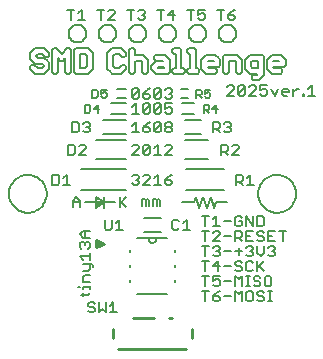
<source format=gto>
G75*
%MOIN*%
%OFA0B0*%
%FSLAX24Y24*%
%IPPOS*%
%LPD*%
%AMOC8*
5,1,8,0,0,1.08239X$1,22.5*
%
%ADD10C,0.0079*%
%ADD11C,0.0060*%
%ADD12C,0.0059*%
%ADD13C,0.0100*%
%ADD14C,0.0050*%
%ADD15C,0.0080*%
D10*
X004564Y005440D02*
X004814Y005627D01*
X004564Y005815D01*
X004564Y005440D01*
X004564Y005498D02*
X004641Y005498D01*
X004564Y005575D02*
X004744Y005575D01*
X004780Y005653D02*
X004564Y005653D01*
X004564Y005730D02*
X004677Y005730D01*
X004574Y005807D02*
X004564Y005807D01*
X004814Y005815D02*
X004814Y005627D01*
X004814Y005440D01*
X004814Y005627D02*
X005189Y005627D01*
X004814Y005627D02*
X004189Y005627D01*
X001655Y005912D02*
X001657Y005962D01*
X001663Y006012D01*
X001673Y006061D01*
X001687Y006109D01*
X001704Y006156D01*
X001725Y006201D01*
X001750Y006245D01*
X001778Y006286D01*
X001810Y006325D01*
X001844Y006362D01*
X001881Y006396D01*
X001921Y006426D01*
X001963Y006453D01*
X002007Y006477D01*
X002053Y006498D01*
X002100Y006514D01*
X002148Y006527D01*
X002198Y006536D01*
X002247Y006541D01*
X002298Y006542D01*
X002348Y006539D01*
X002397Y006532D01*
X002446Y006521D01*
X002494Y006506D01*
X002540Y006488D01*
X002585Y006466D01*
X002628Y006440D01*
X002669Y006411D01*
X002708Y006379D01*
X002744Y006344D01*
X002776Y006306D01*
X002806Y006266D01*
X002833Y006223D01*
X002856Y006179D01*
X002875Y006133D01*
X002891Y006085D01*
X002903Y006036D01*
X002911Y005987D01*
X002915Y005937D01*
X002915Y005887D01*
X002911Y005837D01*
X002903Y005788D01*
X002891Y005739D01*
X002875Y005691D01*
X002856Y005645D01*
X002833Y005601D01*
X002806Y005558D01*
X002776Y005518D01*
X002744Y005480D01*
X002708Y005445D01*
X002669Y005413D01*
X002628Y005384D01*
X002585Y005358D01*
X002540Y005336D01*
X002494Y005318D01*
X002446Y005303D01*
X002397Y005292D01*
X002348Y005285D01*
X002298Y005282D01*
X002247Y005283D01*
X002198Y005288D01*
X002148Y005297D01*
X002100Y005310D01*
X002053Y005326D01*
X002007Y005347D01*
X001963Y005371D01*
X001921Y005398D01*
X001881Y005428D01*
X001844Y005462D01*
X001810Y005499D01*
X001778Y005538D01*
X001750Y005579D01*
X001725Y005623D01*
X001704Y005668D01*
X001687Y005715D01*
X001673Y005763D01*
X001663Y005812D01*
X001657Y005862D01*
X001655Y005912D01*
X007439Y005627D02*
X007814Y005627D01*
X007876Y005815D01*
X008001Y005440D01*
X008126Y005815D01*
X008251Y005440D01*
X008376Y005815D01*
X008501Y005440D01*
X008564Y005627D01*
X008939Y005627D01*
X009962Y005912D02*
X009964Y005962D01*
X009970Y006012D01*
X009980Y006061D01*
X009994Y006109D01*
X010011Y006156D01*
X010032Y006201D01*
X010057Y006245D01*
X010085Y006286D01*
X010117Y006325D01*
X010151Y006362D01*
X010188Y006396D01*
X010228Y006426D01*
X010270Y006453D01*
X010314Y006477D01*
X010360Y006498D01*
X010407Y006514D01*
X010455Y006527D01*
X010505Y006536D01*
X010554Y006541D01*
X010605Y006542D01*
X010655Y006539D01*
X010704Y006532D01*
X010753Y006521D01*
X010801Y006506D01*
X010847Y006488D01*
X010892Y006466D01*
X010935Y006440D01*
X010976Y006411D01*
X011015Y006379D01*
X011051Y006344D01*
X011083Y006306D01*
X011113Y006266D01*
X011140Y006223D01*
X011163Y006179D01*
X011182Y006133D01*
X011198Y006085D01*
X011210Y006036D01*
X011218Y005987D01*
X011222Y005937D01*
X011222Y005887D01*
X011218Y005837D01*
X011210Y005788D01*
X011198Y005739D01*
X011182Y005691D01*
X011163Y005645D01*
X011140Y005601D01*
X011113Y005558D01*
X011083Y005518D01*
X011051Y005480D01*
X011015Y005445D01*
X010976Y005413D01*
X010935Y005384D01*
X010892Y005358D01*
X010847Y005336D01*
X010801Y005318D01*
X010753Y005303D01*
X010704Y005292D01*
X010655Y005285D01*
X010605Y005282D01*
X010554Y005283D01*
X010505Y005288D01*
X010455Y005297D01*
X010407Y005310D01*
X010360Y005326D01*
X010314Y005347D01*
X010270Y005371D01*
X010228Y005398D01*
X010188Y005428D01*
X010151Y005462D01*
X010117Y005499D01*
X010085Y005538D01*
X010057Y005579D01*
X010032Y005623D01*
X010011Y005668D01*
X009994Y005715D01*
X009980Y005763D01*
X009970Y005812D01*
X009964Y005862D01*
X009962Y005912D01*
D11*
X004018Y002793D02*
X003962Y002793D01*
X004132Y002793D02*
X004359Y002793D01*
X004359Y002737D02*
X004359Y002850D01*
X004359Y002982D02*
X004132Y002982D01*
X004132Y003152D01*
X004188Y003209D01*
X004359Y003209D01*
X004302Y003350D02*
X004132Y003350D01*
X004302Y003350D02*
X004359Y003407D01*
X004359Y003577D01*
X004415Y003577D02*
X004132Y003577D01*
X004132Y003719D02*
X004018Y003832D01*
X004359Y003832D01*
X004359Y003719D02*
X004359Y003946D01*
X004302Y004087D02*
X004359Y004144D01*
X004359Y004257D01*
X004302Y004314D01*
X004245Y004314D01*
X004188Y004257D01*
X004188Y004200D01*
X004188Y004257D02*
X004132Y004314D01*
X004075Y004314D01*
X004018Y004257D01*
X004018Y004144D01*
X004075Y004087D01*
X004132Y004455D02*
X004018Y004569D01*
X004132Y004682D01*
X004359Y004682D01*
X004188Y004682D02*
X004188Y004455D01*
X004132Y004455D02*
X004359Y004455D01*
X004850Y004764D02*
X004907Y004707D01*
X005020Y004707D01*
X005077Y004764D01*
X005077Y005048D01*
X005219Y004934D02*
X005332Y005048D01*
X005332Y004707D01*
X005219Y004707D02*
X005445Y004707D01*
X004850Y004764D02*
X004850Y005048D01*
X005347Y005457D02*
X005347Y005798D01*
X005404Y005628D02*
X005574Y005457D01*
X005347Y005571D02*
X005574Y005798D01*
X005820Y006207D02*
X005763Y006264D01*
X005820Y006207D02*
X005933Y006207D01*
X005990Y006264D01*
X005990Y006321D01*
X005933Y006378D01*
X005877Y006378D01*
X005933Y006378D02*
X005990Y006434D01*
X005990Y006491D01*
X005933Y006548D01*
X005820Y006548D01*
X005763Y006491D01*
X006132Y006491D02*
X006188Y006548D01*
X006302Y006548D01*
X006358Y006491D01*
X006358Y006434D01*
X006132Y006207D01*
X006358Y006207D01*
X006500Y006207D02*
X006727Y006207D01*
X006613Y006207D02*
X006613Y006548D01*
X006500Y006434D01*
X006868Y006378D02*
X006868Y006264D01*
X006925Y006207D01*
X007038Y006207D01*
X007095Y006264D01*
X007095Y006321D01*
X007038Y006378D01*
X006868Y006378D01*
X006982Y006491D01*
X007095Y006548D01*
X007095Y007207D02*
X006868Y007207D01*
X007095Y007434D01*
X007095Y007491D01*
X007038Y007548D01*
X006925Y007548D01*
X006868Y007491D01*
X006613Y007548D02*
X006613Y007207D01*
X006500Y007207D02*
X006727Y007207D01*
X006500Y007434D02*
X006613Y007548D01*
X006358Y007491D02*
X006358Y007264D01*
X006302Y007207D01*
X006188Y007207D01*
X006132Y007264D01*
X006358Y007491D01*
X006302Y007548D01*
X006188Y007548D01*
X006132Y007491D01*
X006132Y007264D01*
X005990Y007207D02*
X005763Y007207D01*
X005990Y007434D01*
X005990Y007491D01*
X005933Y007548D01*
X005820Y007548D01*
X005763Y007491D01*
X005763Y007957D02*
X005990Y007957D01*
X005877Y007957D02*
X005877Y008298D01*
X005763Y008184D01*
X006132Y008128D02*
X006132Y008014D01*
X006188Y007957D01*
X006302Y007957D01*
X006358Y008014D01*
X006358Y008071D01*
X006302Y008128D01*
X006132Y008128D01*
X006245Y008241D01*
X006358Y008298D01*
X006500Y008241D02*
X006557Y008298D01*
X006670Y008298D01*
X006727Y008241D01*
X006500Y008014D01*
X006557Y007957D01*
X006670Y007957D01*
X006727Y008014D01*
X006727Y008241D01*
X006868Y008241D02*
X006925Y008298D01*
X007038Y008298D01*
X007095Y008241D01*
X007095Y008184D01*
X007038Y008128D01*
X006925Y008128D01*
X006868Y008184D01*
X006868Y008241D01*
X006925Y008128D02*
X006868Y008071D01*
X006868Y008014D01*
X006925Y007957D01*
X007038Y007957D01*
X007095Y008014D01*
X007095Y008071D01*
X007038Y008128D01*
X007038Y008582D02*
X006925Y008582D01*
X006868Y008639D01*
X006868Y008753D02*
X006982Y008809D01*
X007038Y008809D01*
X007095Y008753D01*
X007095Y008639D01*
X007038Y008582D01*
X006868Y008753D02*
X006868Y008923D01*
X007095Y008923D01*
X007038Y009082D02*
X006925Y009082D01*
X006868Y009139D01*
X006727Y009139D02*
X006670Y009082D01*
X006557Y009082D01*
X006500Y009139D01*
X006727Y009366D01*
X006727Y009139D01*
X006670Y008923D02*
X006557Y008923D01*
X006500Y008866D01*
X006500Y008639D01*
X006727Y008866D01*
X006727Y008639D01*
X006670Y008582D01*
X006557Y008582D01*
X006500Y008639D01*
X006358Y008639D02*
X006302Y008582D01*
X006188Y008582D01*
X006132Y008639D01*
X006358Y008866D01*
X006358Y008639D01*
X006132Y008639D02*
X006132Y008866D01*
X006188Y008923D01*
X006302Y008923D01*
X006358Y008866D01*
X006302Y009082D02*
X006358Y009139D01*
X006358Y009196D01*
X006302Y009253D01*
X006132Y009253D01*
X006132Y009139D01*
X006188Y009082D01*
X006302Y009082D01*
X006132Y009253D02*
X006245Y009366D01*
X006358Y009423D01*
X006500Y009366D02*
X006557Y009423D01*
X006670Y009423D01*
X006727Y009366D01*
X006868Y009366D02*
X006925Y009423D01*
X007038Y009423D01*
X007095Y009366D01*
X007095Y009309D01*
X007038Y009253D01*
X007095Y009196D01*
X007095Y009139D01*
X007038Y009082D01*
X007038Y009253D02*
X006982Y009253D01*
X006670Y008923D02*
X006727Y008866D01*
X006500Y009139D02*
X006500Y009366D01*
X005990Y009366D02*
X005990Y009139D01*
X005933Y009082D01*
X005820Y009082D01*
X005763Y009139D01*
X005990Y009366D01*
X005933Y009423D01*
X005820Y009423D01*
X005763Y009366D01*
X005763Y009139D01*
X005877Y008923D02*
X005763Y008809D01*
X005877Y008923D02*
X005877Y008582D01*
X005990Y008582D02*
X005763Y008582D01*
X006500Y008241D02*
X006500Y008014D01*
X008450Y007957D02*
X008450Y008298D01*
X008620Y008298D01*
X008677Y008241D01*
X008677Y008128D01*
X008620Y008071D01*
X008450Y008071D01*
X008563Y008071D02*
X008677Y007957D01*
X008818Y008014D02*
X008875Y007957D01*
X008988Y007957D01*
X009045Y008014D01*
X009045Y008071D01*
X008988Y008128D01*
X008932Y008128D01*
X008988Y008128D02*
X009045Y008184D01*
X009045Y008241D01*
X008988Y008298D01*
X008875Y008298D01*
X008818Y008241D01*
X008901Y007548D02*
X008730Y007548D01*
X008730Y007207D01*
X008730Y007321D02*
X008901Y007321D01*
X008957Y007378D01*
X008957Y007491D01*
X008901Y007548D01*
X009099Y007491D02*
X009155Y007548D01*
X009269Y007548D01*
X009326Y007491D01*
X009326Y007434D01*
X009099Y007207D01*
X009326Y007207D01*
X008957Y007207D02*
X008844Y007321D01*
X009219Y006548D02*
X009389Y006548D01*
X009445Y006491D01*
X009445Y006378D01*
X009389Y006321D01*
X009219Y006321D01*
X009332Y006321D02*
X009445Y006207D01*
X009587Y006207D02*
X009814Y006207D01*
X009700Y006207D02*
X009700Y006548D01*
X009587Y006434D01*
X009219Y006548D02*
X009219Y006207D01*
X009255Y005173D02*
X009199Y005116D01*
X009199Y004889D01*
X009255Y004832D01*
X009369Y004832D01*
X009425Y004889D01*
X009425Y005003D01*
X009312Y005003D01*
X009425Y005116D02*
X009369Y005173D01*
X009255Y005173D01*
X009057Y005003D02*
X008830Y005003D01*
X008689Y004832D02*
X008462Y004832D01*
X008575Y004832D02*
X008575Y005173D01*
X008462Y005059D01*
X008320Y005173D02*
X008094Y005173D01*
X008207Y005173D02*
X008207Y004832D01*
X008207Y004673D02*
X008207Y004332D01*
X008207Y004173D02*
X008207Y003832D01*
X008207Y003673D02*
X008207Y003332D01*
X008207Y003173D02*
X008207Y002832D01*
X008207Y002673D02*
X008207Y002332D01*
X008462Y002389D02*
X008519Y002332D01*
X008632Y002332D01*
X008689Y002389D01*
X008689Y002446D01*
X008632Y002503D01*
X008462Y002503D01*
X008462Y002389D01*
X008462Y002503D02*
X008575Y002616D01*
X008689Y002673D01*
X008632Y002832D02*
X008519Y002832D01*
X008462Y002889D01*
X008462Y003003D02*
X008575Y003059D01*
X008632Y003059D01*
X008689Y003003D01*
X008689Y002889D01*
X008632Y002832D01*
X008462Y003003D02*
X008462Y003173D01*
X008689Y003173D01*
X008632Y003332D02*
X008632Y003673D01*
X008462Y003503D01*
X008689Y003503D01*
X008830Y003503D02*
X009057Y003503D01*
X009199Y003559D02*
X009255Y003503D01*
X009369Y003503D01*
X009425Y003446D01*
X009425Y003389D01*
X009369Y003332D01*
X009255Y003332D01*
X009199Y003389D01*
X009199Y003559D02*
X009199Y003616D01*
X009255Y003673D01*
X009369Y003673D01*
X009425Y003616D01*
X009567Y003616D02*
X009567Y003389D01*
X009624Y003332D01*
X009737Y003332D01*
X009794Y003389D01*
X009935Y003332D02*
X009935Y003673D01*
X009794Y003616D02*
X009737Y003673D01*
X009624Y003673D01*
X009567Y003616D01*
X009624Y003832D02*
X009567Y003889D01*
X009624Y003832D02*
X009737Y003832D01*
X009794Y003889D01*
X009794Y003946D01*
X009737Y004003D01*
X009680Y004003D01*
X009737Y004003D02*
X009794Y004059D01*
X009794Y004116D01*
X009737Y004173D01*
X009624Y004173D01*
X009567Y004116D01*
X009425Y004003D02*
X009199Y004003D01*
X009057Y004003D02*
X008830Y004003D01*
X008689Y004059D02*
X008632Y004003D01*
X008689Y003946D01*
X008689Y003889D01*
X008632Y003832D01*
X008519Y003832D01*
X008462Y003889D01*
X008575Y004003D02*
X008632Y004003D01*
X008689Y004059D02*
X008689Y004116D01*
X008632Y004173D01*
X008519Y004173D01*
X008462Y004116D01*
X008320Y004173D02*
X008094Y004173D01*
X008462Y004332D02*
X008689Y004559D01*
X008689Y004616D01*
X008632Y004673D01*
X008519Y004673D01*
X008462Y004616D01*
X008320Y004673D02*
X008094Y004673D01*
X007695Y004707D02*
X007469Y004707D01*
X007582Y004707D02*
X007582Y005048D01*
X007469Y004934D01*
X007327Y004991D02*
X007270Y005048D01*
X007157Y005048D01*
X007100Y004991D01*
X007100Y004764D01*
X007157Y004707D01*
X007270Y004707D01*
X007327Y004764D01*
X006695Y005520D02*
X006695Y005690D01*
X006639Y005747D01*
X006582Y005690D01*
X006582Y005520D01*
X006469Y005520D02*
X006469Y005747D01*
X006525Y005747D01*
X006582Y005690D01*
X006327Y005690D02*
X006327Y005520D01*
X006214Y005520D02*
X006214Y005690D01*
X006270Y005747D01*
X006327Y005690D01*
X006214Y005690D02*
X006157Y005747D01*
X006100Y005747D01*
X006100Y005520D01*
X004228Y007207D02*
X004001Y007207D01*
X004228Y007434D01*
X004228Y007491D01*
X004171Y007548D01*
X004058Y007548D01*
X004001Y007491D01*
X003859Y007491D02*
X003859Y007264D01*
X003803Y007207D01*
X003633Y007207D01*
X003633Y007548D01*
X003803Y007548D01*
X003859Y007491D01*
X003921Y007957D02*
X003751Y007957D01*
X003751Y008298D01*
X003921Y008298D01*
X003978Y008241D01*
X003978Y008014D01*
X003921Y007957D01*
X004119Y008014D02*
X004176Y007957D01*
X004289Y007957D01*
X004346Y008014D01*
X004346Y008071D01*
X004289Y008128D01*
X004232Y008128D01*
X004289Y008128D02*
X004346Y008184D01*
X004346Y008241D01*
X004289Y008298D01*
X004176Y008298D01*
X004119Y008241D01*
X003589Y006548D02*
X003589Y006207D01*
X003702Y006207D02*
X003475Y006207D01*
X003334Y006264D02*
X003334Y006491D01*
X003277Y006548D01*
X003107Y006548D01*
X003107Y006207D01*
X003277Y006207D01*
X003334Y006264D01*
X003475Y006434D02*
X003589Y006548D01*
X003898Y005798D02*
X004011Y005684D01*
X004011Y005457D01*
X004011Y005628D02*
X003784Y005628D01*
X003784Y005684D02*
X003898Y005798D01*
X003784Y005684D02*
X003784Y005457D01*
X004415Y003577D02*
X004472Y003521D01*
X004472Y003464D01*
X004132Y002793D02*
X004132Y002737D01*
X004132Y002604D02*
X004132Y002491D01*
X004075Y002548D02*
X004302Y002548D01*
X004359Y002604D01*
X004348Y002298D02*
X004291Y002241D01*
X004291Y002184D01*
X004348Y002128D01*
X004461Y002128D01*
X004518Y002071D01*
X004518Y002014D01*
X004461Y001957D01*
X004348Y001957D01*
X004291Y002014D01*
X004348Y002298D02*
X004461Y002298D01*
X004518Y002241D01*
X004659Y002298D02*
X004659Y001957D01*
X004773Y002071D01*
X004886Y001957D01*
X004886Y002298D01*
X005028Y002184D02*
X005141Y002298D01*
X005141Y001957D01*
X005028Y001957D02*
X005255Y001957D01*
X008094Y002673D02*
X008320Y002673D01*
X008320Y003173D02*
X008094Y003173D01*
X008094Y003673D02*
X008320Y003673D01*
X008462Y004332D02*
X008689Y004332D01*
X008830Y004503D02*
X009057Y004503D01*
X009199Y004446D02*
X009369Y004446D01*
X009425Y004503D01*
X009425Y004616D01*
X009369Y004673D01*
X009199Y004673D01*
X009199Y004332D01*
X009312Y004446D02*
X009425Y004332D01*
X009567Y004332D02*
X009794Y004332D01*
X009935Y004389D02*
X009992Y004332D01*
X010105Y004332D01*
X010162Y004389D01*
X010162Y004446D01*
X010105Y004503D01*
X009992Y004503D01*
X009935Y004559D01*
X009935Y004616D01*
X009992Y004673D01*
X010105Y004673D01*
X010162Y004616D01*
X010303Y004673D02*
X010303Y004332D01*
X010530Y004332D01*
X010474Y004173D02*
X010360Y004173D01*
X010303Y004116D01*
X010417Y004003D02*
X010474Y004003D01*
X010530Y003946D01*
X010530Y003889D01*
X010474Y003832D01*
X010360Y003832D01*
X010303Y003889D01*
X010474Y004003D02*
X010530Y004059D01*
X010530Y004116D01*
X010474Y004173D01*
X010417Y004503D02*
X010303Y004503D01*
X010303Y004673D02*
X010530Y004673D01*
X010672Y004673D02*
X010899Y004673D01*
X010785Y004673D02*
X010785Y004332D01*
X010162Y004173D02*
X010162Y003946D01*
X010049Y003832D01*
X009935Y003946D01*
X009935Y004173D01*
X009680Y004503D02*
X009567Y004503D01*
X009567Y004673D02*
X009567Y004332D01*
X009312Y004116D02*
X009312Y003889D01*
X009935Y003446D02*
X010162Y003673D01*
X009992Y003503D02*
X010162Y003332D01*
X010237Y003173D02*
X010181Y003116D01*
X010181Y002889D01*
X010237Y002832D01*
X010351Y002832D01*
X010408Y002889D01*
X010408Y003116D01*
X010351Y003173D01*
X010237Y003173D01*
X010039Y003116D02*
X009983Y003173D01*
X009869Y003173D01*
X009812Y003116D01*
X009812Y003059D01*
X009869Y003003D01*
X009983Y003003D01*
X010039Y002946D01*
X010039Y002889D01*
X009983Y002832D01*
X009869Y002832D01*
X009812Y002889D01*
X009680Y002832D02*
X009567Y002832D01*
X009624Y002832D02*
X009624Y003173D01*
X009680Y003173D02*
X009567Y003173D01*
X009425Y003173D02*
X009425Y002832D01*
X009425Y002673D02*
X009425Y002332D01*
X009567Y002389D02*
X009624Y002332D01*
X009737Y002332D01*
X009794Y002389D01*
X009794Y002616D01*
X009737Y002673D01*
X009624Y002673D01*
X009567Y002616D01*
X009567Y002389D01*
X009312Y002559D02*
X009425Y002673D01*
X009312Y002559D02*
X009199Y002673D01*
X009199Y002332D01*
X009057Y002503D02*
X008830Y002503D01*
X009199Y002832D02*
X009199Y003173D01*
X009312Y003059D01*
X009425Y003173D01*
X009057Y003003D02*
X008830Y003003D01*
X009935Y002616D02*
X009935Y002559D01*
X009992Y002503D01*
X010105Y002503D01*
X010162Y002446D01*
X010162Y002389D01*
X010105Y002332D01*
X009992Y002332D01*
X009935Y002389D01*
X009935Y002616D02*
X009992Y002673D01*
X010105Y002673D01*
X010162Y002616D01*
X010303Y002673D02*
X010417Y002673D01*
X010360Y002673D02*
X010360Y002332D01*
X010303Y002332D02*
X010417Y002332D01*
X009794Y004673D02*
X009567Y004673D01*
X009567Y004832D02*
X009567Y005173D01*
X009794Y004832D01*
X009794Y005173D01*
X009935Y005173D02*
X010105Y005173D01*
X010162Y005116D01*
X010162Y004889D01*
X010105Y004832D01*
X009935Y004832D01*
X009935Y005173D01*
X009893Y009187D02*
X009666Y009187D01*
X009893Y009414D01*
X009893Y009470D01*
X009836Y009527D01*
X009723Y009527D01*
X009666Y009470D01*
X009524Y009470D02*
X009524Y009243D01*
X009468Y009187D01*
X009354Y009187D01*
X009298Y009243D01*
X009524Y009470D01*
X009468Y009527D01*
X009354Y009527D01*
X009298Y009470D01*
X009298Y009243D01*
X009156Y009187D02*
X008929Y009187D01*
X009156Y009414D01*
X009156Y009470D01*
X009099Y009527D01*
X008986Y009527D01*
X008929Y009470D01*
X010034Y009527D02*
X010034Y009357D01*
X010148Y009414D01*
X010204Y009414D01*
X010261Y009357D01*
X010261Y009243D01*
X010204Y009187D01*
X010091Y009187D01*
X010034Y009243D01*
X010034Y009527D02*
X010261Y009527D01*
X010402Y009414D02*
X010516Y009187D01*
X010629Y009414D01*
X010771Y009357D02*
X010771Y009243D01*
X010828Y009187D01*
X010941Y009187D01*
X010998Y009300D02*
X010771Y009300D01*
X010771Y009357D02*
X010828Y009414D01*
X010941Y009414D01*
X010998Y009357D01*
X010998Y009300D01*
X011139Y009300D02*
X011253Y009414D01*
X011309Y009414D01*
X011139Y009414D02*
X011139Y009187D01*
X011446Y009187D02*
X011503Y009187D01*
X011503Y009243D01*
X011446Y009243D01*
X011446Y009187D01*
X011630Y009187D02*
X011857Y009187D01*
X011744Y009187D02*
X011744Y009527D01*
X011630Y009414D01*
X009195Y011764D02*
X009195Y011821D01*
X009139Y011878D01*
X008969Y011878D01*
X008969Y011764D01*
X009025Y011707D01*
X009139Y011707D01*
X009195Y011764D01*
X009082Y011991D02*
X008969Y011878D01*
X009082Y011991D02*
X009195Y012048D01*
X008827Y012048D02*
X008600Y012048D01*
X008714Y012048D02*
X008714Y011707D01*
X008195Y011764D02*
X008139Y011707D01*
X008025Y011707D01*
X007969Y011764D01*
X007969Y011878D02*
X008082Y011934D01*
X008139Y011934D01*
X008195Y011878D01*
X008195Y011764D01*
X007969Y011878D02*
X007969Y012048D01*
X008195Y012048D01*
X007827Y012048D02*
X007600Y012048D01*
X007714Y012048D02*
X007714Y011707D01*
X007195Y011878D02*
X006969Y011878D01*
X007139Y012048D01*
X007139Y011707D01*
X006714Y011707D02*
X006714Y012048D01*
X006827Y012048D02*
X006600Y012048D01*
X006195Y011991D02*
X006195Y011934D01*
X006139Y011878D01*
X006195Y011821D01*
X006195Y011764D01*
X006139Y011707D01*
X006025Y011707D01*
X005969Y011764D01*
X006082Y011878D02*
X006139Y011878D01*
X006195Y011991D02*
X006139Y012048D01*
X006025Y012048D01*
X005969Y011991D01*
X005827Y012048D02*
X005600Y012048D01*
X005714Y012048D02*
X005714Y011707D01*
X005195Y011707D02*
X004969Y011707D01*
X005195Y011934D01*
X005195Y011991D01*
X005139Y012048D01*
X005025Y012048D01*
X004969Y011991D01*
X004827Y012048D02*
X004600Y012048D01*
X004714Y012048D02*
X004714Y011707D01*
X004195Y011707D02*
X003969Y011707D01*
X004082Y011707D02*
X004082Y012048D01*
X003969Y011934D01*
X003827Y012048D02*
X003600Y012048D01*
X003714Y012048D02*
X003714Y011707D01*
D12*
X003644Y011252D02*
X003646Y011286D01*
X003652Y011320D01*
X003662Y011353D01*
X003675Y011384D01*
X003693Y011414D01*
X003713Y011442D01*
X003737Y011467D01*
X003763Y011489D01*
X003791Y011507D01*
X003822Y011523D01*
X003854Y011535D01*
X003888Y011543D01*
X003922Y011547D01*
X003956Y011547D01*
X003990Y011543D01*
X004024Y011535D01*
X004056Y011523D01*
X004086Y011507D01*
X004115Y011489D01*
X004141Y011467D01*
X004165Y011442D01*
X004185Y011414D01*
X004203Y011384D01*
X004216Y011353D01*
X004226Y011320D01*
X004232Y011286D01*
X004234Y011252D01*
X004232Y011218D01*
X004226Y011184D01*
X004216Y011151D01*
X004203Y011120D01*
X004185Y011090D01*
X004165Y011062D01*
X004141Y011037D01*
X004115Y011015D01*
X004087Y010997D01*
X004056Y010981D01*
X004024Y010969D01*
X003990Y010961D01*
X003956Y010957D01*
X003922Y010957D01*
X003888Y010961D01*
X003854Y010969D01*
X003822Y010981D01*
X003791Y010997D01*
X003763Y011015D01*
X003737Y011037D01*
X003713Y011062D01*
X003693Y011090D01*
X003675Y011120D01*
X003662Y011151D01*
X003652Y011184D01*
X003646Y011218D01*
X003644Y011252D01*
X003671Y010765D02*
X003593Y010765D01*
X003412Y010585D01*
X003232Y010765D01*
X003154Y010765D01*
X003099Y010709D01*
X003099Y009973D01*
X003154Y009918D01*
X003232Y009918D01*
X003288Y009973D01*
X003288Y010442D01*
X003318Y010412D01*
X003373Y010356D01*
X003452Y010356D01*
X003492Y010396D01*
X003507Y010412D01*
X003537Y010442D01*
X003537Y009973D01*
X003593Y009918D01*
X003671Y009918D01*
X003726Y009973D01*
X003726Y010709D01*
X003671Y010765D01*
X003824Y010709D02*
X003824Y009973D01*
X003879Y009918D01*
X004286Y009918D01*
X004451Y010083D01*
X004451Y010600D01*
X004286Y010765D01*
X003879Y010765D01*
X003824Y010709D01*
X004013Y010576D02*
X004208Y010576D01*
X004262Y010521D01*
X004262Y010161D01*
X004208Y010107D01*
X004013Y010107D01*
X004013Y010576D01*
X004933Y010600D02*
X004933Y010083D01*
X005042Y009973D01*
X005098Y009918D01*
X005395Y009918D01*
X005560Y010083D01*
X005560Y010161D01*
X005505Y010216D01*
X005427Y010216D01*
X005317Y010107D01*
X005176Y010107D01*
X005122Y010161D01*
X005122Y010521D01*
X005176Y010576D01*
X005317Y010576D01*
X005427Y010466D01*
X005505Y010466D01*
X005560Y010521D01*
X005560Y010600D01*
X005395Y010765D01*
X005098Y010765D01*
X004934Y010601D01*
X004933Y010600D01*
X004644Y011252D02*
X004646Y011286D01*
X004652Y011320D01*
X004662Y011353D01*
X004675Y011384D01*
X004693Y011414D01*
X004713Y011442D01*
X004737Y011467D01*
X004763Y011489D01*
X004791Y011507D01*
X004822Y011523D01*
X004854Y011535D01*
X004888Y011543D01*
X004922Y011547D01*
X004956Y011547D01*
X004990Y011543D01*
X005024Y011535D01*
X005056Y011523D01*
X005086Y011507D01*
X005115Y011489D01*
X005141Y011467D01*
X005165Y011442D01*
X005185Y011414D01*
X005203Y011384D01*
X005216Y011353D01*
X005226Y011320D01*
X005232Y011286D01*
X005234Y011252D01*
X005232Y011218D01*
X005226Y011184D01*
X005216Y011151D01*
X005203Y011120D01*
X005185Y011090D01*
X005165Y011062D01*
X005141Y011037D01*
X005115Y011015D01*
X005087Y010997D01*
X005056Y010981D01*
X005024Y010969D01*
X004990Y010961D01*
X004956Y010957D01*
X004922Y010957D01*
X004888Y010961D01*
X004854Y010969D01*
X004822Y010981D01*
X004791Y010997D01*
X004763Y011015D01*
X004737Y011037D01*
X004713Y011062D01*
X004693Y011090D01*
X004675Y011120D01*
X004662Y011151D01*
X004652Y011184D01*
X004646Y011218D01*
X004644Y011252D01*
X005658Y010709D02*
X005658Y009973D01*
X005713Y009918D01*
X005791Y009918D01*
X005847Y009973D01*
X005847Y010302D01*
X005901Y010356D01*
X006042Y010356D01*
X006096Y010302D01*
X006096Y009973D01*
X006152Y009918D01*
X006230Y009918D01*
X006285Y009973D01*
X006285Y010380D01*
X006230Y010436D01*
X006120Y010545D01*
X005847Y010545D01*
X005847Y010709D01*
X005791Y010765D01*
X005713Y010765D01*
X005658Y010709D01*
X005644Y011252D02*
X005646Y011286D01*
X005652Y011320D01*
X005662Y011353D01*
X005675Y011384D01*
X005693Y011414D01*
X005713Y011442D01*
X005737Y011467D01*
X005763Y011489D01*
X005791Y011507D01*
X005822Y011523D01*
X005854Y011535D01*
X005888Y011543D01*
X005922Y011547D01*
X005956Y011547D01*
X005990Y011543D01*
X006024Y011535D01*
X006056Y011523D01*
X006086Y011507D01*
X006115Y011489D01*
X006141Y011467D01*
X006165Y011442D01*
X006185Y011414D01*
X006203Y011384D01*
X006216Y011353D01*
X006226Y011320D01*
X006232Y011286D01*
X006234Y011252D01*
X006232Y011218D01*
X006226Y011184D01*
X006216Y011151D01*
X006203Y011120D01*
X006185Y011090D01*
X006165Y011062D01*
X006141Y011037D01*
X006115Y011015D01*
X006087Y010997D01*
X006056Y010981D01*
X006024Y010969D01*
X005990Y010961D01*
X005956Y010957D01*
X005922Y010957D01*
X005888Y010961D01*
X005854Y010969D01*
X005822Y010981D01*
X005791Y010997D01*
X005763Y011015D01*
X005737Y011037D01*
X005713Y011062D01*
X005693Y011090D01*
X005675Y011120D01*
X005662Y011151D01*
X005652Y011184D01*
X005646Y011218D01*
X005644Y011252D01*
X006492Y010490D02*
X006492Y010412D01*
X006548Y010356D01*
X006767Y010356D01*
X006797Y010326D01*
X006548Y010326D01*
X006492Y010271D01*
X006383Y010161D01*
X006383Y010083D01*
X006548Y009918D01*
X006955Y009918D01*
X007010Y009973D01*
X007010Y010380D01*
X006955Y010436D01*
X006845Y010545D01*
X006548Y010545D01*
X006492Y010490D01*
X006626Y010137D02*
X006821Y010137D01*
X006821Y010107D01*
X006626Y010107D01*
X006611Y010122D01*
X006626Y010137D01*
X007108Y010051D02*
X007108Y009973D01*
X007163Y009918D01*
X007461Y009918D01*
X007516Y009973D01*
X007516Y010051D01*
X007461Y010107D01*
X007406Y010107D01*
X007406Y010709D01*
X007351Y010765D01*
X007163Y010765D01*
X007108Y010709D01*
X007108Y010631D01*
X007163Y010576D01*
X007217Y010576D01*
X007217Y010107D01*
X007163Y010107D01*
X007108Y010051D01*
X007591Y010051D02*
X007591Y009973D01*
X007646Y009918D01*
X007944Y009918D01*
X007999Y009973D01*
X007999Y010051D01*
X007944Y010107D01*
X007890Y010107D01*
X007890Y010709D01*
X007834Y010765D01*
X007646Y010765D01*
X007591Y010709D01*
X007591Y010631D01*
X007646Y010576D01*
X007701Y010576D01*
X007701Y010107D01*
X007646Y010107D01*
X007591Y010051D01*
X008074Y010083D02*
X008239Y009918D01*
X008537Y009918D01*
X008593Y009973D01*
X008593Y010051D01*
X008537Y010107D01*
X008318Y010107D01*
X008288Y010137D01*
X008647Y010137D01*
X008702Y010192D01*
X008702Y010380D01*
X008647Y010436D01*
X008537Y010545D01*
X008239Y010545D01*
X008184Y010490D01*
X008074Y010380D01*
X008074Y010083D01*
X008288Y010326D02*
X008318Y010356D01*
X008459Y010356D01*
X008489Y010326D01*
X008288Y010326D01*
X008799Y010490D02*
X008799Y009973D01*
X008855Y009918D01*
X008933Y009918D01*
X008989Y009973D01*
X008989Y010356D01*
X009184Y010356D01*
X009238Y010302D01*
X009238Y009973D01*
X009294Y009918D01*
X009372Y009918D01*
X009427Y009973D01*
X009427Y010380D01*
X009372Y010436D01*
X009262Y010545D01*
X008855Y010545D01*
X008799Y010490D01*
X009525Y010380D02*
X009525Y010083D01*
X009634Y009973D01*
X009690Y009918D01*
X009939Y009918D01*
X009909Y009887D01*
X009799Y009887D01*
X009744Y009832D01*
X009744Y009754D01*
X009799Y009698D01*
X009987Y009698D01*
X010097Y009808D01*
X010152Y009863D01*
X010152Y010490D01*
X010097Y010545D01*
X009690Y010545D01*
X009580Y010436D01*
X009525Y010380D01*
X009714Y010302D02*
X009714Y010161D01*
X009768Y010107D01*
X009963Y010107D01*
X009963Y010356D01*
X009768Y010356D01*
X009714Y010302D01*
X010250Y010380D02*
X010250Y010083D01*
X010305Y010027D01*
X010415Y009918D01*
X010712Y009918D01*
X010768Y009973D01*
X010768Y010051D01*
X010712Y010107D01*
X010493Y010107D01*
X010463Y010137D01*
X010822Y010137D01*
X010877Y010192D01*
X010877Y010380D01*
X010822Y010436D01*
X010712Y010545D01*
X010415Y010545D01*
X010250Y010380D01*
X010463Y010326D02*
X010493Y010356D01*
X010634Y010356D01*
X010664Y010326D01*
X010463Y010326D01*
X008644Y011252D02*
X008646Y011286D01*
X008652Y011320D01*
X008662Y011353D01*
X008675Y011384D01*
X008693Y011414D01*
X008713Y011442D01*
X008737Y011467D01*
X008763Y011489D01*
X008791Y011507D01*
X008822Y011523D01*
X008854Y011535D01*
X008888Y011543D01*
X008922Y011547D01*
X008956Y011547D01*
X008990Y011543D01*
X009024Y011535D01*
X009056Y011523D01*
X009086Y011507D01*
X009115Y011489D01*
X009141Y011467D01*
X009165Y011442D01*
X009185Y011414D01*
X009203Y011384D01*
X009216Y011353D01*
X009226Y011320D01*
X009232Y011286D01*
X009234Y011252D01*
X009232Y011218D01*
X009226Y011184D01*
X009216Y011151D01*
X009203Y011120D01*
X009185Y011090D01*
X009165Y011062D01*
X009141Y011037D01*
X009115Y011015D01*
X009087Y010997D01*
X009056Y010981D01*
X009024Y010969D01*
X008990Y010961D01*
X008956Y010957D01*
X008922Y010957D01*
X008888Y010961D01*
X008854Y010969D01*
X008822Y010981D01*
X008791Y010997D01*
X008763Y011015D01*
X008737Y011037D01*
X008713Y011062D01*
X008693Y011090D01*
X008675Y011120D01*
X008662Y011151D01*
X008652Y011184D01*
X008646Y011218D01*
X008644Y011252D01*
X007644Y011252D02*
X007646Y011286D01*
X007652Y011320D01*
X007662Y011353D01*
X007675Y011384D01*
X007693Y011414D01*
X007713Y011442D01*
X007737Y011467D01*
X007763Y011489D01*
X007791Y011507D01*
X007822Y011523D01*
X007854Y011535D01*
X007888Y011543D01*
X007922Y011547D01*
X007956Y011547D01*
X007990Y011543D01*
X008024Y011535D01*
X008056Y011523D01*
X008086Y011507D01*
X008115Y011489D01*
X008141Y011467D01*
X008165Y011442D01*
X008185Y011414D01*
X008203Y011384D01*
X008216Y011353D01*
X008226Y011320D01*
X008232Y011286D01*
X008234Y011252D01*
X008232Y011218D01*
X008226Y011184D01*
X008216Y011151D01*
X008203Y011120D01*
X008185Y011090D01*
X008165Y011062D01*
X008141Y011037D01*
X008115Y011015D01*
X008087Y010997D01*
X008056Y010981D01*
X008024Y010969D01*
X007990Y010961D01*
X007956Y010957D01*
X007922Y010957D01*
X007888Y010961D01*
X007854Y010969D01*
X007822Y010981D01*
X007791Y010997D01*
X007763Y011015D01*
X007737Y011037D01*
X007713Y011062D01*
X007693Y011090D01*
X007675Y011120D01*
X007662Y011151D01*
X007652Y011184D01*
X007646Y011218D01*
X007644Y011252D01*
X006644Y011252D02*
X006646Y011286D01*
X006652Y011320D01*
X006662Y011353D01*
X006675Y011384D01*
X006693Y011414D01*
X006713Y011442D01*
X006737Y011467D01*
X006763Y011489D01*
X006791Y011507D01*
X006822Y011523D01*
X006854Y011535D01*
X006888Y011543D01*
X006922Y011547D01*
X006956Y011547D01*
X006990Y011543D01*
X007024Y011535D01*
X007056Y011523D01*
X007086Y011507D01*
X007115Y011489D01*
X007141Y011467D01*
X007165Y011442D01*
X007185Y011414D01*
X007203Y011384D01*
X007216Y011353D01*
X007226Y011320D01*
X007232Y011286D01*
X007234Y011252D01*
X007232Y011218D01*
X007226Y011184D01*
X007216Y011151D01*
X007203Y011120D01*
X007185Y011090D01*
X007165Y011062D01*
X007141Y011037D01*
X007115Y011015D01*
X007087Y010997D01*
X007056Y010981D01*
X007024Y010969D01*
X006990Y010961D01*
X006956Y010957D01*
X006922Y010957D01*
X006888Y010961D01*
X006854Y010969D01*
X006822Y010981D01*
X006791Y010997D01*
X006763Y011015D01*
X006737Y011037D01*
X006713Y011062D01*
X006693Y011090D01*
X006675Y011120D01*
X006662Y011151D01*
X006652Y011184D01*
X006646Y011218D01*
X006644Y011252D01*
X007519Y008364D02*
X008070Y008364D01*
X008070Y007891D02*
X007519Y007891D01*
X007519Y007692D02*
X008307Y007692D01*
X008307Y007062D02*
X007519Y007062D01*
X007559Y006732D02*
X008819Y006732D01*
X008819Y006023D02*
X007559Y006023D01*
X006714Y005114D02*
X006163Y005114D01*
X006163Y004641D02*
X006714Y004641D01*
X005555Y006023D02*
X004059Y006023D01*
X004059Y006732D02*
X005555Y006732D01*
X005555Y007062D02*
X004570Y007062D01*
X004570Y007692D02*
X005555Y007692D01*
X005555Y007891D02*
X004807Y007891D01*
X004807Y008364D02*
X005555Y008364D01*
X003001Y010083D02*
X003001Y010271D01*
X002946Y010326D01*
X002836Y010436D01*
X002617Y010436D01*
X002563Y010490D01*
X002563Y010521D01*
X002617Y010576D01*
X002758Y010576D01*
X002868Y010466D01*
X002946Y010466D01*
X003001Y010521D01*
X003001Y010600D01*
X002836Y010765D01*
X002539Y010765D01*
X002375Y010601D01*
X002374Y010600D01*
X002374Y010412D01*
X002539Y010247D01*
X002758Y010247D01*
X002812Y010192D01*
X002812Y010161D01*
X002758Y010107D01*
X002617Y010107D01*
X002507Y010216D01*
X002429Y010216D01*
X002374Y010161D01*
X002374Y010083D01*
X002539Y009918D01*
X002836Y009918D01*
X002892Y009973D01*
X003001Y010083D01*
D13*
X004564Y004377D02*
X004814Y004252D01*
X004564Y004127D01*
X004564Y004377D01*
X004564Y004335D02*
X004648Y004335D01*
X004564Y004237D02*
X004783Y004237D01*
X004586Y004138D02*
X004564Y004138D01*
X005799Y001764D02*
X006488Y001764D01*
X006980Y001764D02*
X007078Y001764D01*
X007757Y001400D02*
X007757Y001105D01*
X007570Y000741D02*
X005307Y000741D01*
X005120Y001105D02*
X005120Y001400D01*
D14*
X005063Y008575D02*
X005555Y008575D01*
X005555Y008930D02*
X005063Y008930D01*
X005259Y009115D02*
X005555Y009115D01*
X005555Y009390D02*
X005259Y009390D01*
X004913Y009388D02*
X004733Y009388D01*
X004733Y009252D01*
X004823Y009298D01*
X004868Y009298D01*
X004913Y009252D01*
X004913Y009162D01*
X004868Y009117D01*
X004778Y009117D01*
X004733Y009162D01*
X004618Y009162D02*
X004618Y009343D01*
X004573Y009388D01*
X004438Y009388D01*
X004438Y009117D01*
X004573Y009117D01*
X004618Y009162D01*
X004625Y008888D02*
X004490Y008752D01*
X004670Y008752D01*
X004625Y008617D02*
X004625Y008888D01*
X004375Y008843D02*
X004375Y008662D01*
X004330Y008617D01*
X004195Y008617D01*
X004195Y008888D01*
X004330Y008888D01*
X004375Y008843D01*
X007381Y009115D02*
X007618Y009115D01*
X007421Y008930D02*
X007815Y008930D01*
X007900Y009117D02*
X007900Y009388D01*
X008035Y009388D01*
X008080Y009343D01*
X008080Y009252D01*
X008035Y009207D01*
X007900Y009207D01*
X007990Y009207D02*
X008080Y009117D01*
X008194Y009162D02*
X008239Y009117D01*
X008329Y009117D01*
X008374Y009162D01*
X008374Y009252D01*
X008329Y009298D01*
X008284Y009298D01*
X008194Y009252D01*
X008194Y009388D01*
X008374Y009388D01*
X008278Y008888D02*
X008143Y008888D01*
X008143Y008617D01*
X008143Y008707D02*
X008278Y008707D01*
X008323Y008752D01*
X008323Y008843D01*
X008278Y008888D01*
X008233Y008707D02*
X008323Y008617D01*
X008437Y008752D02*
X008618Y008752D01*
X008572Y008617D02*
X008572Y008888D01*
X008437Y008752D01*
X007815Y008575D02*
X007421Y008575D01*
X007381Y009390D02*
X007618Y009390D01*
D15*
X006939Y004447D02*
X006564Y004447D01*
X006314Y004447D01*
X006314Y004408D01*
X006314Y004447D02*
X005939Y004447D01*
X005691Y004042D02*
X005691Y003963D01*
X005691Y003542D02*
X005691Y003463D01*
X005691Y003042D02*
X005691Y002963D01*
X005939Y002557D02*
X006939Y002557D01*
X007187Y002963D02*
X007187Y003042D01*
X007187Y003463D02*
X007187Y003542D01*
X007187Y003963D02*
X007187Y004042D01*
X006564Y004408D02*
X006564Y004447D01*
X006564Y004408D02*
X006562Y004387D01*
X006557Y004367D01*
X006549Y004349D01*
X006538Y004331D01*
X006524Y004316D01*
X006507Y004303D01*
X006489Y004294D01*
X006470Y004287D01*
X006449Y004283D01*
X006429Y004283D01*
X006408Y004287D01*
X006389Y004294D01*
X006371Y004303D01*
X006354Y004316D01*
X006340Y004331D01*
X006329Y004349D01*
X006321Y004367D01*
X006316Y004387D01*
X006314Y004408D01*
M02*

</source>
